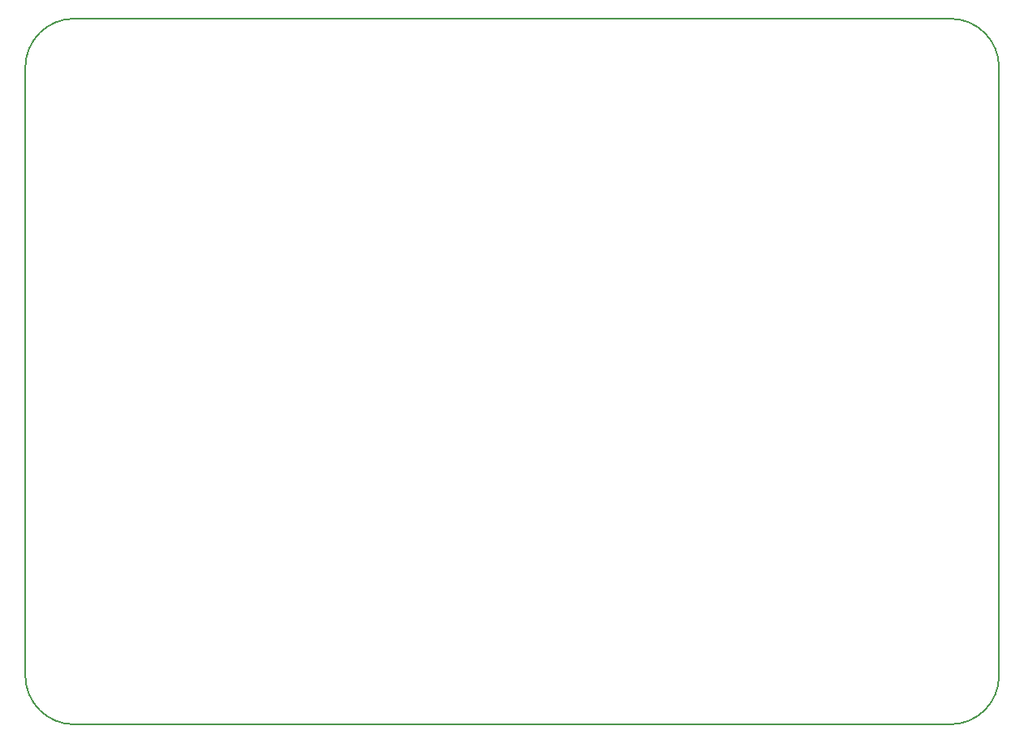
<source format=gm1>
%TF.GenerationSoftware,KiCad,Pcbnew,(5.0.0)*%
%TF.CreationDate,2018-10-23T17:27:05+02:00*%
%TF.ProjectId,S80 Serial,5338302053657269616C2E6B69636164,1.0*%
%TF.SameCoordinates,Original*%
%TF.FileFunction,Profile,NP*%
%FSLAX46Y46*%
G04 Gerber Fmt 4.6, Leading zero omitted, Abs format (unit mm)*
G04 Created by KiCad (PCBNEW (5.0.0)) date 10/23/18 17:27:05*
%MOMM*%
%LPD*%
G01*
G04 APERTURE LIST*
%ADD10C,0.200000*%
G04 APERTURE END LIST*
D10*
X200660000Y-135890000D02*
X200660000Y-72392540D01*
X104140000Y-140970000D02*
X195580000Y-140970000D01*
X99060000Y-72390000D02*
X99060000Y-135890000D01*
X195580000Y-67310000D02*
X104140000Y-67310000D01*
X195580000Y-67310000D02*
G75*
G02X200660000Y-72390000I0J-5080000D01*
G01*
X200660000Y-135890000D02*
G75*
G02X195580000Y-140970000I-5080000J0D01*
G01*
X104140000Y-140970000D02*
G75*
G02X99060000Y-135890000I0J5080000D01*
G01*
X99060000Y-72390000D02*
G75*
G02X104140000Y-67310000I5080000J0D01*
G01*
M02*

</source>
